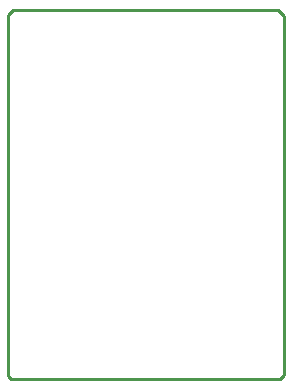
<source format=gko>
G04 Layer_Color=16711935*
%FSAX25Y25*%
%MOIN*%
G70*
G01*
G75*
%ADD25C,0.01000*%
D25*
X0329000Y0257000D02*
Y0377500D01*
Y0257000D02*
X0330000Y0256000D01*
X0419500D01*
X0421000Y0257500D02*
Y0377000D01*
X0419500Y0256000D02*
X0421000Y0257500D01*
X0419000Y0379000D02*
X0421000Y0377000D01*
X0330500Y0379000D02*
X0419000D01*
X0329000Y0377500D02*
X0330500Y0379000D01*
M02*

</source>
